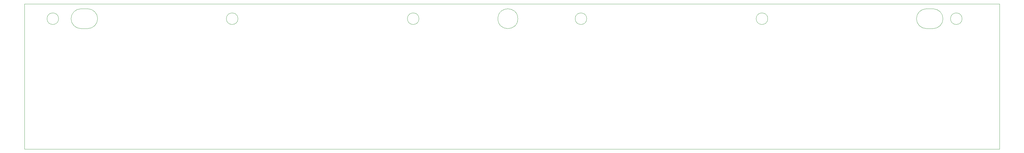
<source format=gbr>
%TF.GenerationSoftware,KiCad,Pcbnew,7.0.10+dfsg-1*%
%TF.CreationDate,2024-02-26T16:50:10+02:00*%
%TF.ProjectId,pss20midi,70737332-306d-4696-9469-2e6b69636164,rev?*%
%TF.SameCoordinates,Original*%
%TF.FileFunction,Profile,NP*%
%FSLAX46Y46*%
G04 Gerber Fmt 4.6, Leading zero omitted, Abs format (unit mm)*
G04 Created by KiCad (PCBNEW 7.0.10+dfsg-1) date 2024-02-26 16:50:10*
%MOMM*%
%LPD*%
G01*
G04 APERTURE LIST*
%TA.AperFunction,Profile*%
%ADD10C,0.100000*%
%TD*%
G04 APERTURE END LIST*
D10*
X341500000Y-107500000D02*
G75*
G03*
X338500000Y-110500000I0J-3000000D01*
G01*
X70000000Y-106000000D02*
X363500000Y-106000000D01*
X363500000Y-150000000D01*
X70000000Y-150000000D01*
X70000000Y-106000000D01*
X338500000Y-110500000D02*
G75*
G03*
X341500000Y-113500000I3000000J0D01*
G01*
X134250000Y-110500000D02*
G75*
G03*
X130750000Y-110500000I-1750000J0D01*
G01*
X130750000Y-110500000D02*
G75*
G03*
X134250000Y-110500000I1750000J0D01*
G01*
X293750000Y-110500000D02*
G75*
G03*
X290250000Y-110500000I-1750000J0D01*
G01*
X290250000Y-110500000D02*
G75*
G03*
X293750000Y-110500000I1750000J0D01*
G01*
X341500000Y-107500000D02*
X343500000Y-107500000D01*
X87000000Y-107500000D02*
X89000000Y-107500000D01*
X87000000Y-107500000D02*
G75*
G03*
X84000000Y-110500000I0J-3000000D01*
G01*
X346500000Y-110500000D02*
G75*
G03*
X343500000Y-107500000I-3000000J0D01*
G01*
X218500000Y-110500000D02*
G75*
G03*
X212500000Y-110500000I-3000000J0D01*
G01*
X212500000Y-110500000D02*
G75*
G03*
X218500000Y-110500000I3000000J0D01*
G01*
X80250000Y-110500000D02*
G75*
G03*
X76750000Y-110500000I-1750000J0D01*
G01*
X76750000Y-110500000D02*
G75*
G03*
X80250000Y-110500000I1750000J0D01*
G01*
X84000000Y-110500000D02*
G75*
G03*
X87000000Y-113500000I3000000J0D01*
G01*
X92000000Y-110500000D02*
G75*
G03*
X89000000Y-107500000I-3000000J0D01*
G01*
X89000000Y-113500000D02*
G75*
G03*
X92000000Y-110500000I0J3000000D01*
G01*
X239250000Y-110500000D02*
G75*
G03*
X235750000Y-110500000I-1750000J0D01*
G01*
X235750000Y-110500000D02*
G75*
G03*
X239250000Y-110500000I1750000J0D01*
G01*
X188750000Y-110500000D02*
G75*
G03*
X185250000Y-110500000I-1750000J0D01*
G01*
X185250000Y-110500000D02*
G75*
G03*
X188750000Y-110500000I1750000J0D01*
G01*
X87000000Y-113500000D02*
X89000000Y-113500000D01*
X343500000Y-113500000D02*
G75*
G03*
X346500000Y-110500000I0J3000000D01*
G01*
X352250000Y-110500000D02*
G75*
G03*
X348750000Y-110500000I-1750000J0D01*
G01*
X348750000Y-110500000D02*
G75*
G03*
X352250000Y-110500000I1750000J0D01*
G01*
X341500000Y-113500000D02*
X343500000Y-113500000D01*
M02*

</source>
